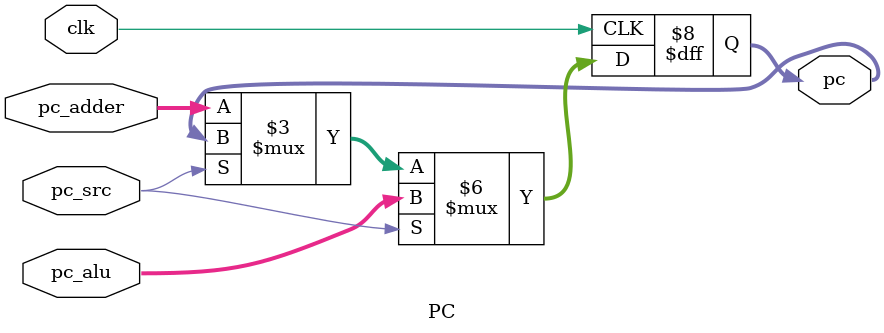
<source format=v>
module PC(
    input pc_src,
    input [31:0]pc_adder,
    input [31:0]pc_alu,
    input clk,
    output reg[31:0] pc
);

    always @(posedge clk) begin
        if(pc_src) begin
            pc <= pc_alu;
        end
        else if (pc_src == 0) begin
            pc <= pc_adder;
        end
    end
endmodule
</source>
